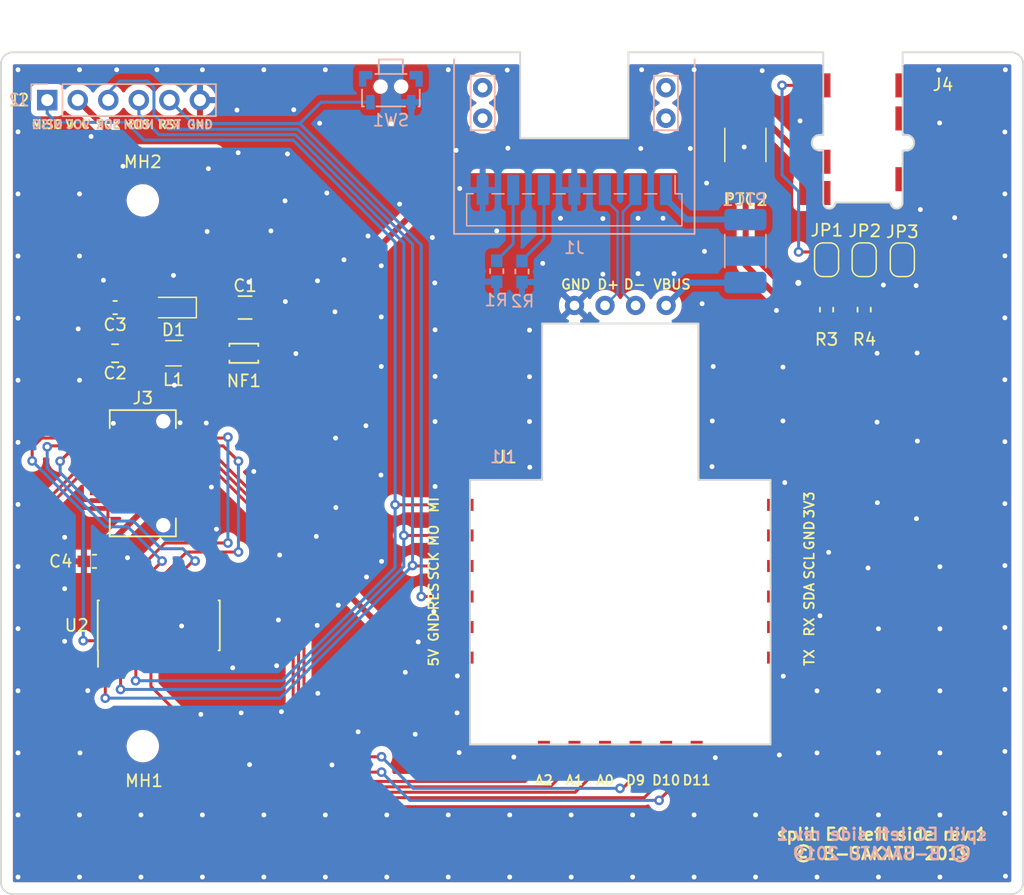
<source format=kicad_pcb>
(kicad_pcb (version 20221018) (generator pcbnew)
  (layers (0 "F.Cu" signal) (31 "B.Cu" signal) (34 "B.Paste" user) (35 "F.Paste" user) (36 "B.SilkS" user "B.Silkscreen") (37 "F.SilkS" user "F.Silkscreen") (38 "B.Mask" user) (39 "F.Mask" user) (44 "Edge.Cuts" user))
  (net 0 "")
  (net 1 "Net-(C1-Pad1)")
  (net 2 "GND")
  (net 3 "AVCC")
  (net 4 "KEY")
  (net 5 "ENABLE")
  (net 6 "PREV")
  (net 7 "ROW_A")
  (net 8 "ROW_B")
  (net 9 "ROW_C")
  (net 10 "COL_B")
  (net 11 "COL_C")
  (net 12 "COL_A")
  (net 13 "VCC")
  (net 14 "COL_0")
  (net 15 "COL_1")
  (net 16 "COL_2")
  (net 17 "COL_3")
  (net 18 "Net-(U2-Pad7)")
  (net 19 "Net-(U2-Pad9)")
  (net 20 "Net-(U2-Pad10)")
  (net 21 "/D+")
  (net 22 "/CC1")
  (net 23 "/D-")
  (net 24 "/CC2")
  (net 25 "~{RST}")
  (net 26 "LED")
  (net 27 "SCL")
  (net 28 "SDA")
  (net 29 "DATA")
  (net 30 "Net-(PTC1-Pad2)")
  (net 31 "Net-(U1-Pad2)")
  (net 32 "Net-(U1-Pad1)")
  (net 33 "Net-(U2-Pad11)")
  (net 34 "VBUS")
  (net 35 "Net-(J3-Pad9)")
  (net 36 "Net-(J4-PadR1N)")
  (net 37 "Net-(J4-PadR1)")
  (net 38 "Net-(J4-PadT1N)")
  (net 39 "Net-(J4-PadT)")
  (net 40 "Net-(J4-PadR2)")
  (footprint "bsakatu_parts:C_1206_3216Metric_Pad1.42x1.75mm_HandSolder" (layer "F.Cu") (at 91.55 61.225)
    (fp_text reference "C1")
    (fp_text value "10u")
  )
  (footprint "bsakatu_parts:C_0805_2012Metric_Pad1.15x1.40mm_HandSolder" (layer "F.Cu") (at 80.75 65.025 180)
    (fp_text reference "C2")
    (fp_text value "22u")
  )
  (footprint "bsakatu_parts:C_0603_1608Metric_Pad1.05x0.95mm_HandSolder" (layer "F.Cu") (at 80.75 61.225 180)
    (fp_text reference "C3")
    (fp_text value "0.1u")
  )
  (footprint "bsakatu_parts:C_0603_1608Metric_Pad1.05x0.95mm_HandSolder" (layer "F.Cu") (at 79.025 82.325 180)
    (fp_text reference "C4")
    (fp_text value "0.1u")
  )
  (footprint "bsakatu_parts:D_SOD-323_HandSoldering" (layer "F.Cu") (at 85.6 61.225 180)
    (fp_text reference "D1")
    (fp_text value "1SS352")
  )
  (footprint "bsakatu_parts:DF15(3.2)-20DP-0.65V(56)_BracketLess" (layer "F.Cu") (at 83.05 75)
    (fp_text reference "J3")
    (fp_text value "DF15(3.2)-20DP-0.65V(56)")
  )
  (footprint "Jumper:SolderJumper-2_P1.3mm_Open_RoundedPad1.0x1.5mm" (layer "F.Cu") (at 139.9 57.25 90)
    (fp_text reference "JP1")
    (fp_text value "SolderJumper_2_Open")
  )
  (footprint "Jumper:SolderJumper-2_P1.3mm_Open_RoundedPad1.0x1.5mm" (layer "F.Cu") (at 143.025 57.25 90)
    (fp_text reference "JP2")
    (fp_text value "SolderJumper_2_Open")
  )
  (footprint "Jumper:SolderJumper-2_P1.3mm_Bridged_RoundedPad1.0x1.5mm" (layer "F.Cu") (at 146.2 57.25 90)
    (fp_text reference "JP3")
    (fp_text value "SolderJumper_2_Open")
  )
  (footprint "bsakatu_parts:L_Yuden_LB-2518_HandSolder" (layer "F.Cu") (at 85.6 65.025 180)
    (fp_text reference "L1")
    (fp_text value "LBR2518T470K")
  )
  (footprint "MountingHole:MountingHole_2.2mm_M2" (layer "F.Cu") (at 83.05 97.69)
    (fp_text reference "MH1")
    (fp_text value "MountingHole")
  )
  (footprint "MountingHole:MountingHole_2.2mm_M2" (layer "F.Cu") (at 83.05 52.31)
    (fp_text reference "MH2")
    (fp_text value "MountingHole")
  )
  (footprint "bsakatu_parts:NF_YFF21_HandSoldering" (layer "F.Cu") (at 91.45 65.025 180)
    (fp_text reference "NF1")
    (fp_text value "YFF21PC1E104MT000N" hide)
  )
  (footprint "bsakatu_parts:PTC_0ZCG_1812_4532" (layer "F.Cu") (at 133.15 47.7 90)
    (fp_text reference "PTC2")
    (fp_text value "0ZCG0050AF2C" hide)
  )
  (footprint "bsakatu_parts:R_SMD_0603_1608_HandSolder" (layer "F.Cu") (at 139.9 61.4 90)
    (fp_text reference "R3")
    (fp_text value "4.7k")
  )
  (footprint "bsakatu_parts:R_SMD_0603_1608_HandSolder" (layer "F.Cu") (at 143.025 61.4 90)
    (fp_text reference "R4")
    (fp_text value "4.7k")
  )
  (footprint "Package_SO:SOIC-16_3.9x9.9mm_P1.27mm" (layer "F.Cu") (at 84.375 87.65 90)
    (fp_text reference "U2")
    (fp_text value "74LS138")
  )
  (footprint "bsakatu_parts:Jack_3.5mm_CUI_SJ-43504-SMT_Horizontal" (layer "F.Cu") (at 142.925 40)
    (fp_text reference "J4")
    (fp_text value "TRRS jack")
    (fp_line (start -3.6 6.87) (end -3.3 6.87) (stroke (width 0.15)) (layer "Edge.Cuts"))
    (fp_line (start -3.6 8.17) (end -3.3 8.17) (stroke (width 0.15)) (layer "Edge.Cuts"))
    (fp_line (start -3.3 0) (end -4.35 0) (stroke (width 0.15)) (layer "Edge.Cuts"))
    (fp_line (start -3.3 0) (end -3.3 6.87) (stroke (width 0.15)) (layer "Edge.Cuts"))
    (fp_line (start -3.3 8.17) (end -3.3 12.5) (stroke (width 0.15)) (layer "Edge.Cuts"))
    (fp_line (start -2.3 12.5) (end 2.3 12.5) (stroke (width 0.15)) (layer "Edge.Cuts"))
    (fp_line (start 3.3 0) (end 3.3 6.87) (stroke (width 0.15)) (layer "Edge.Cuts"))
    (fp_line (start 3.3 0) (end 4.35 0) (stroke (width 0.15)) (layer "Edge.Cuts"))
    (fp_line (start 3.3 6.87) (end 3.6 6.87) (stroke (width 0.15)) (layer "Edge.Cuts"))
    (fp_line (start 3.3 8.17) (end 3.3 12.5) (stroke (width 0.15)) (layer "Edge.Cuts"))
    (fp_line (start 3.3 8.17) (end 3.6 8.17) (stroke (width 0.15)) (layer "Edge.Cuts"))
    (fp_arc (start -3.6 8.17) (mid -4.25 7.52) (end -3.6 6.87) (stroke (width 0.15)) (layer "Edge.Cuts"))
    (fp_arc (start -2.3 12.5) (mid -2.8 13) (end -3.3 12.5) (stroke (width 0.15)) (layer "Edge.Cuts"))
    (fp_arc (start 3.3 12.5) (mid 2.8 13) (end 2.3 12.5) (stroke (width 0.15)) (layer "Edge.Cuts"))
    (fp_arc (start 3.6 6.87) (mid 4.25 7.52) (end 3.6 8.17) (stroke (width 0.15)) (layer "Edge.Cuts"))
  )
  (footprint "bsakatu_parts:Module_BeetleUSB_soldered_with_L-shape-PinHeader_Reverse" (layer "F.Cu") (at 122.75 85.25)
    (fp_text reference "U1")
    (fp_text value "BeetleUSB_with_USB")
    (fp_line (start -12.5 -9.7) (end -6.5 -9.7) (stroke (width 0.15)) (layer "Edge.Cuts"))
    (fp_line (start -12.5 12.3) (end -12.5 -9.7) (stroke (width 0.15)) (layer "Edge.Cuts"))
    (fp_line (start -6.5 -22.7) (end 6.5 -22.7) (stroke (width 0.15)) (layer "Edge.Cuts"))
    (fp_line (start -6.5 -9.7) (end -6.5 -22.7) (stroke (width 0.15)) (layer "Edge.Cuts"))
    (fp_line (start 6.5 -22.7) (end 6.5 -9.7) (stroke (width 0.15)) (layer "Edge.Cuts"))
    (fp_line (start 6.5 -9.7) (end 12.5 -9.7) (stroke (width 0.15)) (layer "Edge.Cuts"))
    (fp_line (start 12.5 12.3) (end -12.5 12.3) (stroke (width 0.15)) (layer "Edge.Cuts"))
    (fp_line (start 12.5 12.3) (end 12.5 -9.7) (stroke (width 0.15)) (layer "Edge.Cuts"))
  )
  (footprint "bsakatu_parts:PTC_0ZCG_1812_4532" (layer "B.Cu") (at 133.15 56.525 -90)
    (fp_text reference "PTC1")
    (fp_text value "0ZCG0050AF2C" hide)
  )
  (footprint "bsakatu_parts:R_SMD_0603_1608_HandSolder" (layer "B.Cu") (at 112.475 58.2 90)
    (fp_text reference "R1")
    (fp_text value "5.1k")
  )
  (footprint "bsakatu_parts:R_SMD_0603_1608_HandSolder" (layer "B.Cu") (at 114.575 58.225 90)
    (fp_text reference "R2")
    (fp_text value "5.1k")
  )
  (footprint "bsakatu_parts:SW_SPST_4.4x1.8x3.8mm_plastic-pin" (layer "B.Cu") (at 103.675 42.85)
    (fp_text reference "SW1")
    (fp_text value "SW_Push")
  )
  (footprint "bsakatu_parts:USB_C_AE-USB2.0-TYPE-C_soldered_with_L-shape-PinHeader" (layer "B.Cu") (at 118.925 53.1 180)
    (fp_text reference "J1")
    (fp_text value "AE-USB2.0-TYPE-C")
    (fp_line (start -4.5 5.95) (end -4.5 13.1) (stroke (width 0.15)) (layer "Edge.Cuts"))
    (fp_line (start -4.5 5.95) (end 4.5 5.95) (stroke (width 0.15)) (layer "Edge.Cuts"))
    (fp_line (start -4.5 13.1) (end -9.85 13.1) (stroke (width 0.15)) (layer "Edge.Cuts"))
    (fp_line (start 4.5 5.95) (end 4.5 13.1) (stroke (width 0.15)) (layer "Edge.Cuts"))
    (fp_line (start 4.5 13.1) (end 9.85 13.1) (stroke (width 0.15)) (layer "Edge.Cuts"))
  )
  (footprint "bsakatu_parts:Connector_AVR-ISP-6_6x1_Reversible" (layer "B.Cu") (at 75.1 43.975 -90)
    (fp_text reference "J2")
    (fp_text value "AVR-ISP-6")
  )
  (gr_line (start 155.25 110) (end 72.25 110) (stroke (width 0.15)) (layer "Edge.Cuts"))
  (gr_arc (start 72.25 110) (mid 71.542893 109.707107) (end 71.25 109) (stroke (width 0.15)) (layer "Edge.Cuts"))
  (gr_arc (start 156.25 109) (mid 155.957107 109.707107) (end 155.25 110) (stroke (width 0.15)) (layer "Edge.Cuts"))
  (gr_arc (start 155.25 40) (mid 155.957107 40.292893) (end 156.25 41) (stroke (width 0.15)) (layer "Edge.Cuts"))
  (gr_line (start 109.075 40) (end 72.25 40) (stroke (width 0.15)) (layer "Edge.Cuts"))
  (gr_line (start 156.25 41) (end 156.25 109) (stroke (width 0.15)) (layer "Edge.Cuts"))
  (gr_arc (start 71.25 41) (mid 71.542893 40.292893) (end 72.25 40) (stroke (width 0.15)) (layer "Edge.Cuts"))
  (gr_line (start 155.25 40) (end 147.275 40) (stroke (width 0.15)) (layer "Edge.Cuts"))
  (gr_line (start 71.25 41) (end 71.25 109) (stroke (width 0.15)) (layer "Edge.Cuts"))
  (gr_line (start 128.775 40) (end 138.575 40) (stroke (width 0.15)) (layer "Edge.Cuts"))
  (gr_text "split EC left side rev.1\n© B-SAKATU 2019" (at 144.5 105.825) (layer "B.SilkS") (effects (font (size 1 1) (thickness 0.2)) (justify mirror)))
  (gr_text "split EC left side rev.1\n© B-SAKATU 2019" (at 144.5 105.825) (layer "F.SilkS") (effects (font (size 1 1) (thickness 0.2))))
  (segment (start 90.25 65.025) (end 86.875 65.025) (width 0.5) (layer "F.Cu") (net 1))
  (segment (start 86.85 61.225) (end 90.05 61.225) (width 0.5) (layer "F.Cu") (net 1))
  (segment (start 86.85 61.225) (end 86.85 65.05) (width 0.5) (layer "F.Cu") (net 1))
  (segment (start 80.15 77.925) (end 78.4 77.925) (width 0.25) (layer "F.Cu") (net 2))
  (segment (start 80.15 77.925) (end 80.15 78.75) (width 0.25) (layer "F.Cu") (net 2))
  (segment (start 85.95 77.275) (end 88 77.275) (width 0.25) (layer "F.Cu") (net 2))
  (segment (start 78.4 77.925) (end 78.25 77.925) (width 0.25) (layer "F.Cu") (net 2))
  (segment (start 78.8 77.275) (end 78.25 77.275) (width 0.25) (layer "F.Cu") (net 2))
  (segment (start 85.95 76.625) (end 88 76.625) (width 0.25) (layer "F.Cu") (net 2))
  (segment (start 85.95 76.625) (end 85.95 78.75) (width 0.25) (layer "F.Cu") (net 2))
  (segment (start 80.15 77.275) (end 78.8 77.275) (width 0.25) (layer "F.Cu") (net 2))
  (segment (start 80.15 77.275) (end 80.15 77.925) (width 0.25) (layer "F.Cu") (net 2))
  (segment (start 85.95 77.925) (end 88 77.925) (width 0.25) (layer "F.Cu") (net 2))
  (via (at 72.675 46.613461) (size 0.8) (drill 0.4) (layers "F.Cu" "B.Cu") (net 2))
  (via (at 72.675 51.776922) (size 0.8) (drill 0.4) (layers "F.Cu" "B.Cu") (net 2))
  (via (at 72.675 56.940383) (size 0.8) (drill 0.4) (layers "F.Cu" "B.Cu") (net 2))
  (via (at 72.675 62.103844) (size 0.8) (drill 0.4) (layers "F.Cu" "B.Cu") (net 2))
  (via (at 72.675 67.267305) (size 0.8) (drill 0.4) (layers "F.Cu" "B.Cu") (net 2))
  (via (at 72.675 72.430766) (size 0.8) (drill 0.4) (layers "F.Cu" "B.Cu") (net 2))
  (via (at 72.675 77.594227) (size 0.8) (drill 0.4) (layers "F.Cu" "B.Cu") (net 2))
  (via (at 72.675 82.757688) (size 0.8) (drill 0.4) (layers "F.Cu" "B.Cu") (net 2))
  (via (at 72.675 87.921149) (size 0.8) (drill 0.4) (layers "F.Cu" "B.Cu") (net 2))
  (via (at 72.675 93.08461) (size 0.8) (drill 0.4) (layers "F.Cu" "B.Cu") (net 2))
  (via (at 72.675 98.248071) (size 0.8) (drill 0.4) (layers "F.Cu" "B.Cu") (net 2))
  (via (at 72.675 103.411532) (size 0.8) (drill 0.4) (layers "F.Cu" "B.Cu") (net 2))
  (via (at 72.675 108.575) (size 0.8) (drill 0.4) (layers "F.Cu" "B.Cu") (net 2))
  (via (at 154.725 46.625) (size 0.8) (drill 0.4) (layers "F.Cu" "B.Cu") (net 2))
  (via (at 154.725 51.775) (size 0.8) (drill 0.4) (layers "F.Cu" "B.Cu") (net 2))
  (via (at 154.725 56.925) (size 0.8) (drill 0.4) (layers "F.Cu" "B.Cu") (net 2))
  (via (at 154.725 62.075) (size 0.8) (drill 0.4) (layers "F.Cu" "B.Cu") (net 2))
  (via (at 154.725 67.225) (size 0.8) (drill 0.4) (layers "F.Cu" "B.Cu") (net 2))
  (via (at 154.725 72.375) (size 0.8) (drill 0.4) (layers "F.Cu" "B.Cu") (net 2))
  (via (at 154.725 77.525) (size 0.8) (drill 0.4) (layers "F.Cu" "B.Cu") (net 2))
  (via (at 154.725 82.675) (size 0.8) (drill 0.4) (layers "F.Cu" "B.Cu") (net 2))
  (via (at 154.725 87.825) (size 0.8) (drill 0.4) (layers "F.Cu" "B.Cu") (net 2))
  (via (at 154.725 92.975) (size 0.8) (drill 0.4) (layers "F.Cu" "B.Cu") (net 2))
  (via (at 154.725 98.125) (size 0.8) (drill 0.4) (layers "F.Cu" "B.Cu") (net 2))
  (via (at 154.725 103.275) (size 0.8) (drill 0.4) (layers "F.Cu" "B.Cu") (net 2))
  (via (at 77.785 108.575) (size 0.8) (drill 0.4) (layers "F.Cu" "B.Cu") (net 2))
  (via (at 82.895 108.575) (size 0.8) (drill 0.4) (layers "F.Cu" "B.Cu") (net 2))
  (via (at 88.005 108.575) (size 0.8) (drill 0.4) (layers "F.Cu" "B.Cu") (net 2))
  (via (at 93.115 108.575) (size 0.8) (drill 0.4) (layers "F.Cu" "B.Cu") (net 2))
  (via (at 98.225 108.575) (size 0.8) (drill 0.4) (layers "F.Cu" "B.Cu") (net 2))
  (via (at 103.335 108.575) (size 0.8) (drill 0.4) (layers "F.Cu" "B.Cu") (net 2))
  (via (at 108.445 108.575) (size 0.8) (drill 0.4) (layers "F.Cu" "B.Cu") (net 2))
  (via (at 113.555 108.575) (size 0.8) (drill 0.4) (layers "F.Cu" "B.Cu") (net 2))
  (via (at 118.665 108.575) (size 0.8) (drill 0.4) (layers "F.Cu" "B.Cu") (net 2))
  (via (at 123.775 108.575) (size 0.8) (drill 0.4) (layers "F.Cu" "B.Cu") (net 2))
  (via (at 128.885 108.575) (size 0.8) (drill 0.4) (layers "F.Cu" "B.Cu") (net 2))
  (via (at 133.995 108.575) (size 0.8) (drill 0.4) (layers "F.Cu" "B.Cu") (net 2))
  (via (at 139.105 108.575) (size 0.8) (drill 0.4) (layers "F.Cu" "B.Cu") (net 2))
  (via (at 144.215 108.575) (size 0.8) (drill 0.4) (layers "F.Cu" "B.Cu") (net 2))
  (via (at 149.325 108.575) (size 0.8) (drill 0.4) (layers "F.Cu" "B.Cu") (net 2))
  (via (at 154.775 108.5) (size 0.8) (drill 0.4) (layers "F.Cu" "B.Cu") (net 2))
  (via (at 77.785 41.45) (size 0.8) (drill 0.4) (layers "F.Cu" "B.Cu") (net 2))
  (via (at 84.225 41.45) (size 0.8) (drill 0.4) (layers "F.Cu" "B.Cu") (net 2))
  (via (at 88.005 41.45) (size 0.8) (drill 0.4) (layers "F.Cu" "B.Cu") (net 2))
  (via (at 93.115 41.45) (size 0.8) (drill 0.4) (layers "F.Cu" "B.Cu") (net 2))
  (via (at 98.225 41.45) (size 0.8) (drill 0.4) (layers "F.Cu" "B.Cu") (net 2))
  (via (at 108.445 41.45) (size 0.8) (drill 0.4) (layers "F.Cu" "B.Cu") (net 2))
  (via (at 154.765 41.45) (size 0.8) (drill 0.4) (layers "F.Cu" "B.Cu") (net 2))
  (via (at 77.785 51.776922) (size 0.8) (drill 0.4) (layers "F.Cu" "B.Cu") (net 2))
  (via (at 77.785 56.940383) (size 0.8) (drill 0.4) (layers "F.Cu" "B.Cu") (net 2))
  (via (at 77.675 63) (size 0.8) (drill 0.4) (layers "F.Cu" "B.Cu") (net 2))
  (via (at 77.785 67.267305) (size 0.8) (drill 0.4) (layers "F.Cu" "B.Cu") (net 2))
  (via (at 77.785 103.411532) (size 0.8) (drill 0.4) (layers "F.Cu" "B.Cu") (net 2))
  (via (at 82.895 103.411532) (size 0.8) (drill 0.4) (layers "F.Cu" "B.Cu") (net 2))
  (via (at 88.005 103.411532) (size 0.8) (drill 0.4) (layers "F.Cu" "B.Cu") (net 2))
  (via (at 93.115 103.411532) (size 0.8) (drill 0.4) (layers "F.Cu" "B.Cu") (net 2))
  (via (at 98.225 103.411532) (size 0.8) (drill 0.4) (layers "F.Cu" "B.Cu") (net 2))
  (via (at 103.335 103.411532) (size 0.8) (drill 0.4) (layers "F.Cu" "B.Cu") (net 2))
  (via (at 108.445 103.411532) (size 0.8) (drill 0.4) (layers "F.Cu" "B.Cu") (net 2))
  (via (at 113.555 103.411532) (size 0.8) (drill 0.4) (layers "F.Cu" "B.Cu") (net 2))
  (via (at 118.665 103.411532) (size 0.8) (drill 0.4) (layers "F.Cu" "B.Cu") (net 2))
  (via (at 123.775 103.411532) (size 0.8) (drill 0.4) (layers "F.Cu" "B.Cu") (net 2))
  (via (at 128.885 103.411532) (size 0.8) (drill 0.4) (layers "F.Cu" "B.Cu") (net 2))
  (via (at 133.995 103.411532) (size 0.8) (drill 0.4) (layers "F.Cu" "B.Cu") (net 2))
  (via (at 139.105 103.411532) (size 0.8) (drill 0.4) (layers "F.Cu" "B.Cu") (net 2))
  (via (at 144.215 103.411532) (size 0.8) (drill 0.4) (layers "F.Cu" "B.Cu") (net 2))
  (via (at 149.325 103.411532) (size 0.8) (drill 0.4) (layers "F.Cu" "B.Cu") (net 2))
  (via (at 149.325 98.251532) (size 0.8) (drill 0.4) (layers "F.Cu" "B.Cu") (net 2))
  (via (at 149.325 93.091532) (size 0.8) (drill 0.4) (layers "F.Cu" "B.Cu") (net 2))
  (via (at 149.325 87.931532) (size 0.8) (drill 0.4) (layers "F.Cu" "B.Cu") (net 2))
  (via (at 149.325 82.771532) (size 0.8) (drill 0.4) (layers "F.Cu" "B.Cu") (net 2))
  (via (at 144.215 98.251532) (size 0.8) (drill 0.4) (layers "F.Cu" "B.Cu") (net 2))
  (via (at 144.215 93.091532) (size 0.8) (drill 0.4) (layers "F.Cu" "B.Cu") (net 2))
  (via (at 144.215 87.931532) (size 0.8) (drill 0.4) (layers "F.Cu" "B.Cu") (net 2))
  (via (at 139.105 98.251532) (size 0.8) (drill 0.4) (layers "F.Cu" "B.Cu") (net 2))
  (via (at 139.105 93.091532) (size 0.8) (drill 0.4) (layers "F.Cu" "B.Cu") (net 2))
  (via (at 113.35 41.475) (size 0.8) (drill 0.4) (layers "F.Cu" "B.Cu") (net 2))
  (via (at 124.525 41.45) (size 0.8) (drill 0.4) (layers "F.Cu" "B.Cu") (net 2))
  (via (at 128.885 41.45) (size 0.8) (drill 0.4) (layers "F.Cu" "B.Cu") (net 2))
  (via (at 109.1 48.15) (size 0.8) (drill 0.4) (layers "F.Cu" "B.Cu") (net 2))
  (via (at 113.4 47.975) (size 0.8) (drill 0.4) (layers "F.Cu" "B.Cu") (net 2))
  (via (at 124.45 48) (size 0.8) (drill 0.4) (layers "F.Cu" "B.Cu") (net 2))
  (via (at 101.775 55.275) (size 0.8) (drill 0.4) (layers "F.Cu" "B.Cu") (net 2))
  (via (at 107.25 86.5) (size 0.8) (drill 0.4) (layers "F.Cu" "B.Cu") (net 2))
  (via (at 89.175 79.65) (size 0.8) (drill 0.4) (layers "F.Cu" "B.Cu") (net 2))
  (via (at 99.3 85.975) (size 0.8) (drill 0.4) (layers "F.Cu" "B.Cu") (net 2))
  (via (at 130.475 66.125) (size 0.8) (drill 0.4) (layers "F.Cu" "B.Cu") (net 2))
  (via (at 115.225 74.5) (size 0.8) (drill 0.4) (layers "F.Cu" "B.Cu") (net 2))
  (via (at 99.775 57.25) (size 0.8) (drill 0.4) (layers "F.Cu" "B.Cu") (net 2))
  (via (at 136.425 75.775) (size 0.8) (drill 0.4) (layers "F.Cu" "B.Cu") (net 2))
  (via (at 129.75 56.55) (size 0.8) (drill 0.4) (layers "F.Cu" "B.Cu") (net 2))
  (via (at 117.775 53.8) (size 0.8) (drill 0.4) (layers "F.Cu" "B.Cu") (net 2))
  (via (at 98.35 51.7) (size 0.8) (drill 0.4) (layers "F.Cu" "B.Cu") (net 2))
  (via (at 103.7 45.95) (size 0.8) (drill 0.4) (layers "F.Cu" "B.Cu") (net 2))
  (via (at 80.6 70.85) (size 0.8) (drill 0.4) (layers "F.Cu" "B.Cu") (net 2))
  (via (at 105.7 96.7) (size 0.8) (drill 0.4) (layers "F.Cu" "B.Cu") (net 2))
  (via (at 150.55 53.75) (size 0.8) (drill 0.4) (layers "F.Cu" "B.Cu") (net 2))
  (via (at 76.55 88.975) (size 0.8) (drill 0.4) (layers "F.Cu" "B.Cu") (net 2))
  (via (at 90.975 48.35) (size 0.8) (drill 0.4) (layers "F.Cu" "B.Cu") (net 2))
  (via (at 107.35 66.95) (size 0.8) (drill 0.4) (layers "F.Cu" "B.Cu") (net 2))
  (via (at 140.075 81.575) (size 0.8) (drill 0.4) (layers "F.Cu" "B.Cu") (net 2))
  (via (at 116.3 57.55) (size 0.8) (drill 0.4) (layers "F.Cu" "B.Cu") (net 2))
  (via (at 99.1 77.85) (size 0.8) (drill 0.4) (layers "F.Cu" "B.Cu") (net 2))
  (via (at 94.9 60.725) (size 0.8) (drill 0.4) (layers "F.Cu" "B.Cu") (net 2))
  (via (at 147.35001 59.4) (size 0.8) (drill 0.4) (layers "F.Cu" "B.Cu") (net 2))
  (via (at 102.875 57.75) (size 0.8) (drill 0.4) (layers "F.Cu" "B.Cu") (net 2))
  (via (at 102.875 66.125) (size 0.8) (drill 0.4) (layers "F.Cu" "B.Cu") (net 2))
  (via (at 121.3 53.825) (size 0.8) (drill 0.4) (layers "F.Cu" "B.Cu") (net 2))
  (via (at 147.375 78.775) (size 0.8) (drill 0.4) (layers "F.Cu" "B.Cu") (net 2))
  (via (at 136.275 66.175) (size 0.8) (drill 0.4) (layers "F.Cu" "B.Cu") (net 2))
  (via (at 147.7 53.075) (size 0.8) (drill 0.4) (layers "F.Cu" "B.Cu") (net 2))
  (via (at 97.6 93.3) (size 0.8) (drill 0.4) (layers "F.Cu" "B.Cu") (net 2))
  (via (at 78.475 93.075) (size 0.8) (drill 0.4) (layers "F.Cu" "B.Cu") (net 2))
  (via (at 91.925 99.225) (size 0.8) (drill 0.4) (layers "F.Cu" "B.Cu") (net 2))
  (via (at 94.175 91) (size 0.8) (drill 0.4) (layers "F.Cu" "B.Cu") (net 2))
  (via (at 102.875 62) (size 0.8) (drill 0.4) (layers "F.Cu" "B.Cu") (net 2))
  (via (at 101.6 71.05) (size 0.8) (drill 0.4) (layers "F.Cu" "B.Cu") (net 2))
  (via (at 93.7 54.85) (size 0.8) (drill 0.4) (layers "F.Cu" "B.Cu") (net 2))
  (via (at 135.975 98.425) (size 0.8) (drill 0.4) (layers "F.Cu" "B.Cu") (net 2))
  (via (at 85.675 67.675) (size 0.8) (drill 0.4) (layers "F.Cu" "B.Cu") (net 2))
  (via (at 136.275 70.65) (size 0.8) (drill 0.4) (layers "F.Cu" "B.Cu") (net 2))
  (via (at 94.875 52.35) (size 0.8) (drill 0.4) (layers "F.Cu" "B.Cu") (net 2))
  (via (at 107.35 76.1) (size 0.8) (drill 0.4) (layers "F.Cu" "B.Cu") (net 2))
  (via (at 97.75 45.9) (size 0.8) (drill 0.4) (layers "F.Cu" "B.Cu") (net 2))
  (via (at 144.125 77.45) (size 0.8) (drill 0.4) (layers "F.Cu" "B.Cu") (net 2))
  (via (at 107.325 59.175) (size 0.8) (drill 0.4) (layers "F.Cu" "B.Cu") (net 2))
  (via (at 97.55 87.65) (size 0.8) (drill 0.4) (layers "F.Cu" "B.Cu") (net 2))
  (via (at 99.025 61.575) (size 0.8) (drill 0.4) (layers "F.Cu" "B.Cu") (net 2))
  (via (at 137.55 59.175) (size 1) (drill 0.5) (layers "F.Cu" "B.Cu") (net 2))
  (via (at 94.325 87.2) (size 0.8) (drill 0.4) (layers "F.Cu" "B.Cu") (net 2))
  (via (at 105.95 89.025) (size 0.8) (drill 0.4) (layers "F.Cu" "B.Cu") (net 2))
  (via (at 72.675 41.45) (size 0.8) (drill 0.4) (layers "F.Cu" "B.Cu") (net 2))
  (via (at 144.625 59.35) (size 0.8) (drill 0.4) (layers "F.Cu" "B.Cu") (net 2))
  (via (at 124.225 58.4) (size 0.8) (drill 0.4) (layers "F.Cu" "B.Cu") (net 2))
  (via (at 115.2 70.7) (size 0.8) (drill 0.4) (layers "F.Cu" "B.Cu") (net 2))
  (via (at 109.2 91.85) (size 0.8) (drill 0.4) (layers "F.Cu" "B.Cu") (net 2))
  (via (at 112.475 54.85) (size 0.8) (drill 0.4) (layers "F.Cu" "B.Cu") (net 2))
  (via (at 128.575 48) (size 0.8) (drill 0.4) (layers "F.Cu" "B.Cu") (net 2))
  (via (at 107.35 70.7) (size 0.8) (drill 0.4) (layers "F.Cu" "B.Cu") (net 2))
  (via (at 104.4 52.625) (size 0.8) (drill 0.4) (layers "F.Cu" "B.Cu") (net 2))
  (via (at 97.575 59) (size 0.8) (drill 0.4) (layers "F.Cu" "B.Cu") (net 2))
  (via (at 144.1 70.75) (size 0.8) (drill 0.4) (layers "F.Cu" "B.Cu") (net 2))
  (via (at 88.5 49.675) (size 0.8) (drill 0.4) (layers "F.Cu" "B.Cu") (net 2))
  (via (at 143.35 82.875) (size 0.8) (drill 0.4) (layers "F.Cu" "B.Cu") (net 2))
  (via (at 121.3 58.45) (size 0.8) (drill 0.4) (layers "F.Cu" "B.Cu") (net 2))
  (via (at 107.125 55.4) (size 0.8) (drill 0.4) (layers "F.Cu" "B.Cu") (net 2))
  (via (at 80.875 41.45) (size 0.8) (drill 0.4) (layers "F.Cu" "B.Cu") (net 2))
  (via (at 149.3 45.875) (size 0.8) (drill 0.4) (layers "F.Cu" "B.Cu") (net 2))
  (via (at 129.55 60.9) (size 0.8) (drill 0.4) (layers "F.Cu" "B.Cu") (net 2))
  (via (at 139.35 86.85) (size 0.8) (drill 0.4) (layers "F.Cu" "B.Cu") (net 2))
  (via (at 130.375 74.45) (size 0.8) (drill 0.4) (layers "F.Cu" "B.Cu") (net 2))
  (via (at 88.325 70.825) (size 0.8) (drill 0.4) (layers "F.Cu" "B.Cu") (net 2))
  (via (at 97.475 80.25) (size 0.8) (drill 0.4) (layers "F.Cu" "B.Cu") (net 2))
  (via (at 130.65 98.65) (size 0.8) (drill 0.4) (layers "F.Cu" "B.Cu") (net 2))
  (via (at 127.225 58.4) (size 0.8) (drill 0.4) (layers "F.Cu" "B.Cu") (net 2))
  (via (at 95.075 48.45) (size 0.8) (drill 0.4) (layers "F.Cu" "B.Cu") (net 2))
  (via (at 99.075 72.075) (size 0.8) (drill 0.4) (layers "F.Cu" "B.Cu") (net 2))
  (via (at 144.1 65.025) (size 0.8) (drill 0.4) (layers "F.Cu" "B.Cu") (net 2))
  (via (at 98.775 99.25) (size 0.8) (drill 0.4) (layers "F.Cu" "B.Cu") (net 2))
  (via (at 133.05 47.875) (size 0.8) (drill 0.4) (layers "F.Cu" "B.Cu") (net 2))
  (via (at 124.225 53.8) (size 0.8) (drill 0.4) (layers "F.Cu" "B.Cu") (net 2))
  (via (at 109.4 51.325) (size 0.8) (drill 0.4) (layers "F.Cu" "B.Cu") (net 2))
  (via (at 78.75 47) (size 0.8) (drill 0.4) (layers "F.Cu" "B.Cu") (net 2))
  (via (at 86.275 87.7) (size 0.8) (drill 0.4) (layers "F.Cu" "B.Cu") (net 2))
  (via (at 88.4 54.9) (size 0.8) (drill 0.4) (layers "F.Cu" "B.Cu") (net 2))
  (via (at 107.35 63.075) (size 0.8) (drill 0.4) (layers "F.Cu" "B.Cu") (net 2))
  (via (at 77.825 98.25) (size 0.8) (drill 0.4) (layers "F.Cu" "B.Cu") (net 2))
  (via (at 104.875 91.55) (size 0.8) (drill 0.4) (layers "F.Cu" "B.Cu") (net 2))
  (via (at 147.45 72.325) (size 0.8) (drill 0.4) (layers "F.Cu" "B.Cu") (net 2))
  (via (at 130.4 70.65) (size 0.8) (drill 0.4) (layers "F.Cu" "B.Cu") (net 2))
  (via (at 126.3 53.8) (size 0.8) (drill 0.4) (layers "F.Cu" "B.Cu") (net 2))
  (via (at 134.55 41.525) (size 0.8) (drill 0.4) (layers "F.Cu" "B.Cu") (net 2))
  (via (at 115.2 63.1) (size 0.8) (drill 0.4) (layers "F.Cu" "B.Cu") (net 2))
  (via (at 100.95 96.5) (size 0.8) (drill 0.4) (layers "F.Cu" "B.Cu") (net 2))
  (via (at 79.775 58.95) (size 0.8) (drill 0.4) (layers "F.Cu" "B.Cu") (net 2))
  (via (at 87.875 95.05) (size 0.8) (drill 0.4) (layers "F.Cu" "B.Cu") (net 2))
  (via (at 149.225 41.475) (size 0.8) (drill 0.4) (layers "F.Cu" "B.Cu") (net 2))
  (via (at 115.2 66.975) (size 0.8) (drill 0.4) (layers "F.Cu" "B.Cu") (net 2))
  (via (at 137.7 45.7) (size 0.8) (drill 0.4) (layers "F.Cu" "B.Cu") (net 2))
  (via (at 95.775 65.05) (size 0.8) (drill 0.4) (layers "F.Cu" "B.Cu") (net 2))
  (via (at 92.275 74.85) (size 0.8) (drill 0.4) (layers "F.Cu" "B.Cu") (net 2))
  (via (at 88.75 76.15) (size 0.8) (drill 0.4) (layers "F.Cu" "B.Cu") (net 2))
  (via (at 94.575 94.825) (size 0.8) (drill 0.4) (layers "F.Cu" "B.Cu") (net 2))
  (via (at 135.736452 61.463548) (size 0.8) (drill 0.4) (layers "F.Cu" "B.Cu") (net 2))
  (via (at 76.55 80.325) (size 0.8) (drill 0.4) (layers "F.Cu" "B.Cu") (net 2))
  (via (at 109.35 98.225) (size 0.8) (drill 0.4) (layers "F.Cu" "B.Cu") (net 2))
  (via (at 76.55 84.6) (size 0.8) (drill 0.4) (layers "F.Cu" "B.Cu") (net 2))
  (via (at 86.15 70.8) (size 0.8) (drill 0.4) (layers "F.Cu" "B.Cu") (net 2))
  (via (at 129.925 50.875) (size 0.8) (drill 0.4) (layers "F.Cu" "B.Cu") (net 2))
  (via (at 102.85 75.15) (size 0.8) (drill 0.4) (layers "F.Cu" "B.Cu") (net 2))
  (via (at 81.775 82.025) (size 0.8) (drill 0.4) (layers "F.Cu" "B.Cu") (net 2))
  (via (at 94.425 81.8) (size 0.8) (drill 0.4) (layers "F.Cu" "B.Cu") (net 2))
  (via (at 85.6 58.55) (size 0.8) (drill 0.4) (layers "F.Cu" "B.Cu") (net 2))
  (via (at 91.875 59.1) (size 0.8) (drill 0.4) (layers "F.Cu" "B.Cu") (net 2))
  (via (at 81.4 49.475) (size 0.8) (drill 0.4) (layers "F.Cu" "B.Cu") (net 2))
  (via (at 147.425 65) (size 0.8) (drill 0.4) (layers "F.Cu" "B.Cu") (net 2))
  (via (at 102.9 82.325) (size 0.8) (drill 0.4) (layers "F.Cu" "B.Cu") (net 2))
  (via (at 101.65 83.625) (size 0.8) (drill 0.4) (layers "F.Cu" "B.Cu") (net 2))
  (via (at 95.6 44.775) (size 0.8) (drill 0.4) (layers "F.Cu" "B.Cu") (net 2))
  (via (at 90.525 91.175) (size 0.8) (drill 0.4) (layers "F.Cu" "B.Cu") (net 2))
  (via (at 109.175 94.925) (size 0.8) (drill 0.4) (layers "F.Cu" "B.Cu") (net 2))
  (via (at 91.225 94.925) (size 0.8) (drill 0.4) (layers "F.Cu" "B.Cu") (net 2))
  (via (at 136.3 91.875) (size 0.8) (drill 0.4) (layers "F.Cu" "B.Cu") (net 2))
  (via (at 90.875 44.8) (size 0.8) (drill 0.4) (layers "F.Cu" "B.Cu") (net 2))
  (via (at 113.9 98.6) (size 0.8) (drill 0.4) (layers "F.Cu" "B.Cu") (net 2))
  (segment (start 81.625 61.225) (end 81.625 64.875) (width 0.5) (layer "F.Cu") (net 3))
  (segment (start 80.15 76.625) (end 83 76.625) (width 0.4) (layer "F.Cu") (net 3))
  (segment (start 84.35 65.025) (end 81.775 65.025) (width 0.5) (layer "F.Cu") (net 3))
  (segment (start 84.35 65.575) (end 84.35 65.05) (width 0.5) (layer "F.Cu") (net 3))
  (segment (start 79.9 82.325) (end 79.9 84.925) (width 0.5) (layer "F.Cu") (net 3))
  (segment (start 81.625 64.875) (end 81.775 65.025) (width 0.5) (layer "F.Cu") (net 3))
  (segment (start 86.28 90.35) (end 86.28 89.9) (width 0.5) (layer "F.Cu") (net 3))
  (segment (start 86.275 89.7) (end 86.275 90.375) (width 0.5) (layer "F.Cu") (net 3))
  (segment (start 83 66.925) (end 84.35 65.575) (width 0.5) (layer "F.Cu") (net 3))
  (segment (start 79.9 81.225) (end 79.9 81.35) (width 0.5) (layer "F.Cu") (net 3))
  (segment (start 79.93 81.195) (end 79.9 81.225) (width 0.5) (layer "F.Cu") (net 3))
  (segment (start 79.93 86.93) (end 81.025 88.025) (width 0.5) (layer "F.Cu") (net 3))
  (segment (start 80.15 76.625) (end 80.15 75.975) (width 0.4) (layer "F.Cu") (net 3))
  (segment (start 85.95 75.325) (end 85.95 75.975) (width 0.4) (layer "F.Cu") (net 3))
  (segment (start 79.93 81.195) (end 83 78.125) (width 0.5) (layer "F.Cu") (net 3))
  (segment (start 83 75.775) (end 83 74.375) (width 0.5) (layer "F.Cu") (net 3))
  (segment (start 83 78.125) (end 83 75.775) (width 0.5) (layer "F.Cu") (net 3))
  (segment (start 79.9 81.35) (end 79.9 82.325) (width 0.5) (layer "F.Cu") (net 3))
  (segment (start 79.9 84.925) (end 79.925 84.95) (width 0.5) (layer "F.Cu") (net 3))
  (segment (start 83 74.375) (end 83 66.925) (width 0.5) (layer "F.Cu") (net 3))
  (segment (start 84.6 88.025) (end 86.275 89.7) (width 0.5) (layer "F.Cu") (net 3))
  (segment (start 79.93 84.95) (end 79.93 86.93) (width 0.5) (layer "F.Cu") (net 3))
  (segment (start 85.95 75.325) (end 83 75.325) (width 0.4) (layer "F.Cu") (net 3))
  (segment (start 85.95 75.975) (end 83.95 75.975) (width 0.4) (layer "F.Cu") (net 3))
  (segment (start 81.025 88.025) (end 84.6 88.025) (width 0.5) (layer "F.Cu") (net 3))
  (segment (start 84.35 61.225) (end 81.625 61.225) (width 0.5) (layer "F.Cu") (net 3))
  (segment (start 83.95 75.975) (end 80.15 75.975) (width 0.4) (layer "F.Cu") (net 3))
  (segment (start 114.825 100.625) (end 101.925 100.625) (width 0.25) (layer "F.Cu") (net 4))
  (segment (start 101.925 100.625) (end 95.549978 94.249978) (width 0.25) (layer "F.Cu") (net 4))
  (segment (start 87.7 74.675) (end 85.95 74.675) (width 0.25) (layer "F.Cu") (net 4))
  (segment (start 88.9 74.675) (end 87.7 74.675) (width 0.25) (layer "F.Cu") (net 4))
  (segment (start 95.549978 94.249978) (end 95.549978 81.324978) (width 0.25) (layer "F.Cu") (net 4))
  (segment (start 116.4 99.05) (end 114.825 100.625) (width 0.25) (layer "F.Cu") (net 4))
  (segment (start 95.549978 81.324978) (end 88.9 74.675) (width 0.25) (layer "F.Cu") (net 4))
  (segment (start 116.4 98.4) (end 116.4 99.05) (width 0.25) (layer "F.Cu") (net 4))
  (segment (start 116.915 101.075) (end 92.075 101.075) (width 0.25) (layer "F.Cu") (net 5))
  (segment (start 73.850082 73.409315) (end 73.850082 73.975) (width 0.25) (layer "F.Cu") (net 5))
  (segment (start 83.725 92.725) (end 83.725 90.35) (width 0.25) (layer "F.Cu") (net 5))
  (segment (start 74.65 72.075) (end 73.850082 72.874918) (width 0.25) (layer "F.Cu") (net 5))
  (segment (start 83.74 89.59) (end 83.075 88.925) (width 0.25) (layer "F.Cu") (net 5))
  (segment (start 92.075 101.075) (end 83.725 92.725) (width 0.25) (layer "F.Cu") (net 5))
  (segment (start 118.94 99.05) (end 116.915 101.075) (width 0.25) (layer "F.Cu") (net 5))
  (segment (start 78.656366 88.925) (end 78.090681 88.925) (width 0.25) (layer "F.Cu") (net 5))
  (segment (start 118.94 98.4) (end 118.94 99.05) (width 0.25) (layer "F.Cu") (net 5))
  (segment (start 83.075 88.925) (end 78.656366 88.925) (width 0.25) (layer "F.Cu") (net 5))
  (segment (start 73.850082 72.874918) (end 73.850082 73.409315) (width 0.25) (layer "F.Cu") (net 5))
  (segment (start 80.15 72.075) (end 74.65 72.075) (width 0.25) (layer "F.Cu") (net 5))
  (segment (start 83.74 90.35) (end 83.74 89.59) (width 0.25) (layer "F.Cu") (net 5))
  (via (at 73.850082 73.975) (size 0.8) (drill 0.4) (layers "F.Cu" "B.Cu") (net 5))
  (via (at 78.090681 88.925) (size 0.8) (drill 0.4) (layers "F.Cu" "B.Cu") (net 5))
  (segment (start 78.1 78.224918) (end 78.1 88.915681) (width 0.25) (layer "B.Cu") (net 5))
  (segment (start 73.850082 73.975) (end 78.1 78.224918) (width 0.25) (layer "B.Cu") (net 5))
  (segment (start 78.1 88.915681) (end 78.090681 88.925) (width 0.25) (layer "B.Cu") (net 5))
  (segment (start 74.675011 78.299989) (end 74.675011 91.025011) (width 0.25) (layer "F.Cu") (net 6))
  (segment (start 91.888591 101.525) (end 119.005 101.525) (width 0.25) (layer "F.Cu") (net 6))
  (segment (start 77.65 75.325) (end 74.675011 78.299989) (width 0.25) (layer "F.Cu") (net 6))
  (segment (start 80.15 75.325) (end 77.65 75.325) (width 0.25) (layer "F.Cu") (net 6))
  (segment (start 78.375 94.725) (end 85.088591 94.725) (width 0.25) (layer "F.Cu") (net 6))
  (segment (start 121.48 99.05) (end 121.48 98.4) (width 0.25) (layer "F.Cu") (net 6))
  (segment (start 74.675011 91.025011) (end 78.375 94.725) (width 0.25) (layer "F.Cu") (net 6))
  (segment (start 85.088591 94.725) (end 91.888591 101.525) (width 0.25) (layer "F.Cu") (net 6))
  (segment (start 119.005 101.525) (end 121.48 99.05) (width 0.25) (layer "F.Cu") (net 6))
  (segment (start 85.95 73.375) (end 88.911812 73.375) (width 0.25) (layer "F.Cu") (net 7))
  (segment (start 102.334315 98.575) (end 102.9 98.575) (width 0.25) (layer "F.Cu") (net 7))
  (segment (start 96.45 93.875) (end 101.15 98.575) (width 0.25) (layer "F.Cu") (net 7))
  (segment (start 96.45 80.913188) (end 96.45 93.875) (width 0.25) (layer "F.Cu") (net 7))
  (segment (start 124.05 98.3) (end 124.05 100.1) (width 0.25) (layer "F.Cu") (net 7))
  (segment (start 124.05 100.1) (end 122.95 101.2) (width 0.25) (layer "F.Cu") (net 7))
  (segment (start 101.15 98.575) (end 102.334315 98.575) (width 0.25) (layer "F.Cu") (net 7))
  (segment (start 122.95 101.2) (end 122.725 101.2) (width 0.25) (layer "F.Cu") (net 7))
  (segment (start 88.911812 73.375) (end 96.45 80.913188) (width 0.25) (layer "F.Cu") (net 7))
  (via (at 122.725 101.2) (size 0.8) (drill 0.4) (layers "F.Cu" "B.Cu") (net 7))
  (via (at 102.9 98.575) (size 0.8) (drill 0.4) (layers "F.Cu" "B.Cu") (net 7))
  (segment (start 105.525 101.2) (end 103.299999 98.974999) (width 0.25) (layer "B.Cu") (net 7))
  (segment (start 122.725 101.2) (end 105.525 101.2) (width 0.25) (layer "B.Cu") (net 7))
  (segment (start 103.299999 98.974999) (end 102.9 98.575) (width 0.25) (layer "B.Cu") (net 7))
  (segment (start 74.225 78.1) (end 78.3 74.025) (width 0.25) (layer "F.Cu") (net 8))
  (segment (start 78.1886 95.175011) (end 74.225 91.211411) (width 0.25) (layer "F.Cu") (net 8))
  (segment (start 124.740622 101.975) (end 91.70218 101.975) (width 0.25) (layer "F.Cu") (net 8))
  (segment (start 126.56 100.155622) (end 124.740622 101.975) (width 0.25) (layer "F.Cu") (net 8))
  (segment (start 78.3 74.025) (end 80.15 74.025) (width 0.25) (layer "F.Cu") (net 8))
  (segment (start 74.225 91.211411) (end 74.225 78.1) (width 0.25) (layer "F.Cu") (net 8))
  (segment (start 91.70218 101.975) (end 84.902191 95.175011) (width 0.25) (layer "F.Cu") (net 8))
  (segment (start 126.56 98.4) (end 126.56 100.155622) (width 0.25) (layer "F.Cu") (net 8))
  (segment (start 84.902191 95.175011) (end 78.1886 95.175011) (width 0.25) (layer "F.Cu") (net 8))
  (segment (start 85.95 74.025) (end 88.925401 74.025) (width 0.25) (layer "F.Cu") (net 9))
  (segment (start 129.1 99.05) (end 125.975 102.175) (width 0.25) (layer "F.Cu") (net 9))
  (segment (start 95.999989 81.099588) (end 95.999989 94.0614) (width 0.25) (layer "F.Cu") (net 9))
  (segment (start 88.925401 74.025) (end 95.999989 81.099588) (width 0.25) (layer "F.Cu") (net 9))
  (segment (start 129.1 98.4) (end 129.1 98.5) (width 0.25) (layer "F.Cu") (net 9))
  (segment (start 129.1 98.4) (end 129.1 99.05) (width 0.25) (layer "F.Cu") (net 9))
  (segment (start 125.975 102.175) (end 125.975 102.2) (width 0.25) (layer "F.Cu") (net 9))
  (segment (start 101.788589 99.85) (end 102.334317 99.85) (width 0.25) (layer "F.Cu") (net 9))
  (segment (start 95.999989 94.0614) (end 101.788589 99.85) (width 0.25) (layer "F.Cu") (net 9))
  (segment (start 102.334317 99.85) (end 102.900002 99.85) (width 0.25) (layer "F.Cu") (net 9))
  (via (at 102.900002 99.85) (size 0.8) (drill 0.4) (layers "F.Cu" "B.Cu") (net 9))
  (via (at 125.975 102.2) (size 0.8) (drill 0.4) (layers "F.Cu" "B.Cu") (net 9))
  (segment (start 105.250002 102.2) (end 125.409315 102.2) (width 0.25) (layer "B.Cu") (net 9))
  (segment (start 102.900002 99.85) (end 105.250002 102.2) (width 0.25) (layer "B.Cu") (net 9))
  (segment (start 125.409315 102.2) (end 125.975 102.2) (width 0.25) (layer "B.Cu") (net 9))
  (segment (start 109.4 80.17) (end 104.755 80.17) (width 0.25) (layer "F.Cu") (net 10))
  (segment (start 104.755 80.17) (end 104.75 80.175) (width 0.25) (layer "F.Cu") (net 10))
  (segment (start 81.2 90.35) (end 81.2 92.975) (width 0.25) (layer "F.Cu") (net 10))
  (via (at 104.75 80.175) (size 0.8) (drill 0.4) (layers "F.Cu" "B.Cu") (net 10))
  (via (at 81.2 92.975) (size 0.8) (drill 0.4) (layers "F.Cu" "B.Cu") (net 10))
  (segment (start 95.738579 46.849989) (end 104.75 55.86141) (width 0.25) (layer "B.Cu") (net 10))
  (segment (start 82.72 43.975) (end 82.72 45.177081) (width 0.25) (layer "B.Cu") (net 10))
  (segment (start 104.75 82.76359) (end 104.75 80.175) (width 0.25) (layer "B.Cu") (net 10))
  (segment (start 94.53859 92.975) (end 104.75 82.76359) (width 0.25) (layer "B.Cu") (net 10))
  (segment (start 82.72 45.177081) (end 84.392908 46.849989) (width 0.25) (layer "B.Cu") (net 10))
  (segment (start 81.2 92.975) (end 94.53859 92.975) (width 0.25) (layer "B.Cu") (net 10))
  (segment (start 84.392908 46.849989) (end 95.738579 46.849989) (width 0.25) (layer "B.Cu") (net 10))
  (segment (start 104.75 55.86141) (end 104.75 80.175) (width 0.25) (layer "B.Cu") (net 10))
  (segment (start 104.025 77.625) (end 109.4 77.625) (width 0.25) (layer "F.Cu") (net 11))
  (segment (start 82.47 90.35) (end 82.47 92.23) (width 0.25) (layer "F.Cu") (net 11))
  (segment (start 82.47 92.23) (end 82.45 92.25) (width 0.25) (layer "F.Cu") (net 11))
  (segment (start 104.025 77.625) (end 104.025 77.625) (width 0.25) (layer "F.Cu") (net 11))
  (via (at 104.025 77.625) (size 0.8) (drill 0.4) (layers "F.Cu" "B.Cu") (net 11))
  (via (at 82.45 92.25) (size 0.8) (drill 0.4) (layers "F.Cu" "B.Cu") (net 11))
  (segment (start 95.55 47.3) (end 83.15 47.3) (width 0.25) (layer "B.Cu") (net 11))
  (segment (start 104.025 55.775) (end 95.55 47.3) (width 0.25) (layer "B.Cu") (net 11))
  (segment (start 75.85 45.825) (end 75.1 45.075) (width 0.25) (layer "B.Cu") (net 11))
  (segment (start 81.675 45.825) (end 75.85 45.825) (width 0.25) (layer "B.Cu") (net 11))
  (segment (start 94.62718 92.25) (end 104.025 82.85218) (width 0.25) (layer "B.Cu") (net 11))
  (segment (start 82.45 92.25) (end 94.62718 92.25) (width 0.25) (layer "B.Cu") (net 11))
  (segment (start 104.025 82.85218) (end 104.025 55.775) (width 0.25) (layer "B.Cu") (net 11))
  (segment (start 75.1 45.075) (end 75.1 43.975) (width 0.25) (layer "B.Cu") (net 11))
  (segment (start 83.15 47.3) (end 81.675 45.825) (width 0.25) (layer "B.Cu") (net 11))
  (segment (start 109.4 82.71) (end 105.513846 82.71) (width 0.25) (layer "F.Cu") (net 12))
  (segment (start 105.513846 82.71) (end 105.475 82.671154) (width 0.25) (layer "F.Cu") (net 12))
  (segment (start 79.93 90.35) (end 79.93 93.695) (width 0.25) (layer "F.Cu") (net 12))
  (segment (start 79.93 93.695) (end 79.925 93.7) (width 0.25) (layer "F.Cu") (net 12))
  (via (at 105.475 82.671154) (size 0.8) (drill 0.4) (layers "F.Cu" "B.Cu") (net 12))
  (via (at 79.925 93.7) (size 0.8) (drill 0.4) (layers "F.Cu" "B.Cu") (net 12))
  (segment (start 105.475 82.601988) (end 105.475 82.671154) (width 0.25) (layer "B.Cu") (net 12))
  (segment (start 85.174978 46.399978) (end 95.924978 46.399978) (width 0.25) (layer "B.Cu") (net 12))
  (segment (start 83.45 42.4) (end 83.975 42.925) (width 0.25) (layer "B.Cu") (net 12))
  (segment (start 83.975 42.925) (end 83.975 45.2) (width 0.25) (layer "B.Cu") (net 12))
  (segment (start 105.475 55.95) (end 105.475 82.601988) (width 0.25) (layer "B.Cu") (net 12))
  (segment (start 79.925 93.7) (end 94.45 93.7) (width 0.25) (layer "B.Cu") (net 12))
  (segment (start 83.975 45.2) (end 85.174978 46.399978) (width 0.25) (layer "B.Cu") (net 12))
  (segment (start 105.475 82.675) (end 105.475 82.671154) (width 0.25) (layer "B.Cu") (net 12))
  (segment (start 94.45 93.7) (end 105.475 82.675) (width 0.25) (layer "B.Cu") (net 12))
  (segment (start 80.18 43.975) (end 80.18 43.345) (width 0.25) (layer "B.Cu") (net 12))
  (segment (start 95.924978 46.399978) (end 105.475 55.95) (width 0.25) (layer "B.Cu") (net 12))
  (segment (start 81.125 42.4) (end 83.45 42.4) (width 0.25) (layer "B.Cu") (net 12))
  (segment (start 80.18 43.345) (end 81.125 42.4) (width 0.25) (layer "B.Cu") (net 12))
  (segment (start 137.775 62.3) (end 143.025 62.3) (width 0.5) (layer "F.Cu") (net 13))
  (segment (start 133.175 57.7) (end 137.775 62.3) (width 0.5) (layer "F.Cu") (net 13))
  (segment (start 92.65 65.025) (end 93.85 65.025) (width 0.5) (layer "F.Cu") (net 13))
  (segment (start 131.275 49.3) (end 132.3 50.325) (width 0.5) (layer "F.Cu") (net 13))
  (segment (start 93.875 65.025) (end 93.85 65.025) (width 0.5) (layer "F.Cu") (net 13))
  (segment (start 77.64 43.975) (end 82.065 48.4) (width 0.5) (layer "F.Cu") (net 13))
  (segment (start 109.575 49.3) (end 131.275 49.3) (width 0.5) (layer "F.Cu") (net 13))
  (segment (start 93.85 65.025) (end 109.575 49.3) (width 0.5) (layer "F.Cu") (net 13))
  (segment (start 99 58.325) (end 99 59.875) (width 0.5) (layer "F.Cu") (net 13))
  (segment (start 105.405 90.33) (end 100.35 85.275) (width 0.5) (layer "F.Cu") (net 13))
  (segment (start 89.075 48.4) (end 99 58.325) (width 0.5) (layer "F.Cu") (net 13))
  (segment (start 109.4 90.33) (end 105.405 90.33) (width 0.5) (layer "F.Cu") (net 13))
  (segment (start 133.175 50.325) (end 133.175 57.7) (width 0.5) (layer "F.Cu") (net 13))
  (segment (start 82.065 48.4) (end 89.075 48.4) (width 0.5) (layer "F.Cu") (net 13))
  (segment (start 132.3 50.325) (end 133.15 50.325) (width 0.5) (layer "F.Cu") (net 13))
  (segment (start 100.35 71.5) (end 93.875 65.025) (width 0.5) (layer "F.Cu") (net 13))
  (segment (start 100.35 85.275) (end 100.35 71.5) (width 0.5) (layer "F.Cu") (net 13))
  (segment (start 89.559317 80.8) (end 90.125002 80.8) (width 0.25) (layer "F.Cu") (net 14))
  (segment (start 81.2 84.5) (end 84.9 80.8) (width 0.25) (layer "F.Cu") (net 14))
  (segment (start 84.9 80.8) (end 89.559317 80.8) (width 0.25) (layer "F.Cu") (net 14))
  (segment (start 81.2 84.95) (end 81.2 84.5) (width 0.25) (layer "F.Cu") (net 14))
  (segment (start 85.95 72.075) (end 90.05 72.075) (width 0.25) (layer "F.Cu") (net 14))
  (segment (start 90.05 72.075) (end 90.125 72) (width 0.25) (layer "F.Cu") (net 14))
  (via (at 90.125 72) (size 0.8) (drill 0.4) (layers "F.Cu" "B.Cu") (net 14))
  (via (at 90.125002 80.8) (size 0.8) (drill 0.4) (layers "F.Cu" "B.Cu") (net 14))
  (segment (start 90.125 80.799998) (end 90.125002 80.8) (width 0.25) (layer "B.Cu") (net 14))
  (segment (start 90.125 72) (end 90.125 80.799998) (width 0.25) (layer "B.Cu") (net 14))
  (segment (start 82.47 84.5) (end 84.65 82.32) (width 0.25) (layer "F.Cu") (net 15))
  (segment (start 80.15 72.725) (end 75.175016 72.725) (width 0.25) (layer "F.Cu") (net 15))
  (segment (start 82.47 84.95) (end 82.47 84.5) (width 0.25) (layer "F.Cu") (net 15))
  (segment (start 84.65 82.32) (end 84.65 82.3) (width 0.25) (layer "F.Cu") (net 15))
  (segment (start 75.175016 72.725) (end 75.100006 72.80001) (width 0.25) (layer "F.Cu") (net 15))
  (via (at 84.65 82.3) (size 0.8) (drill 0.4) (layers "F.Cu" "B.Cu") (net 15))
  (via (at 75.100006 72.80001) (size 0.8) (drill 0.4) (layers "F.Cu" "B.Cu") (net 15))
  (segment (start 81.8 79.45) (end 79.975 79.45) (width 0.25) (layer "B.Cu") (net 15))
  (segment (start 79.975 79.45) (end 75.100006 74.575006) (width 0.25) (layer "B.Cu") (net 15))
  (segment (start 75.100006 73.365695) (end 75.100006 72.80001) (width 0.25) (layer "B.Cu") (net 15))
  (segment (start 84.65 82.3) (end 81.8 79.45) (width 0.25) (layer "B.Cu") (net 15))
  (segment (start 75.100006 74.575006) (end 75.100006 73.365695) (width 0.25) (layer "B.Cu") (net 15))
  (segment (start 85.95 72.725) (end 89.725002 72.725) (width 0.25) (layer "F.Cu") (net 16))
  (segment (start 83.74 84.95) (end 83.74 84.5) (width 0.25) (layer "F.Cu") (net 16))
  (segment (start 90.600001 73.599999) (end 91 73.999998) (width 0.25) (layer "F.Cu") (net 16))
  (segment (start 89.725002 72.725) (end 90.600001 73.599999) (width 0.25) (layer "F.Cu") (net 16))
  (segment (start 83.74 84.5) (end 86.690004 81.549996) (width 0.25) (layer "F.Cu") (net 16))
  (segment (start 83.74 84.95) (end 83.74 84.99) (width 0.25) (layer "F.Cu") (net 16))
  (segment (start 90.434315 81.549996) (end 91 81.549996) (width 0.25) (layer "F.Cu") (net 16))
  (segment (start 86.690004 81.549996) (end 90.434315 81.549996) (width 0.25) (layer "F.Cu") (net 16))
  (via (at 91 81.549996) (size 0.8) (drill 0.4) (layers "F.Cu" "B.Cu") (net 16))
  (via (at 91 73.999998) (size 0.8) (drill 0.4) (layers "F.Cu" "B.Cu") (net 16))
  (segment (start 91 73.999998) (end 91 74.565683) (width 0.25) (layer "B.Cu") (net 16))
  (segment (start 91 74.565683) (end 91 81.549996) (width 0.25) (layer "B.Cu") (net 16))
  (segment (start 76.8 73.375) (end 77.45 73.375) (width 0.25) (layer "F.Cu") (net 17))
  (segment (start 87.21 82.3) (end 87.4 82.3) (width 0.25) (layer "F.Cu") (net 17))
  (segment (start 85.01 84.95) (end 85.01 84.5) (width 0.25) (layer "F.Cu") (net 17))
  (segment (start 77.45 73.375) (end 80.15 73.375) (width 0.25) (layer "F.Cu") (net 17))
  (segment (start 76.175 74) (end 76.8 73.375) (width 0.25) (layer "F.Cu") (net 17))
  (segment (start 85.01 84.5) (end 87.21 82.3) (width 0.25) (layer "F.Cu") (net 17))
  (via (at 87.4 82.3) (size 0.8) (drill 0.4) (layers "F.Cu" "B.Cu") (net 17))
  (via (at 76.175 74) (size 0.8) (drill 0.4) (layers "F.Cu" "B.Cu") (net 17))
  (segment (start 76.175 74) (end 76.175 74.025) (width 0.25) (layer "B.Cu") (net 17))
  (segment (start 80.2 78.975) (end 76.175 74.95) (width 0.25) (layer "B.Cu") (net 17))
  (segment (start 76.175 74.95) (end 76.175 74) (width 0.25) (layer "B.Cu") (net 17))
  (segment (start 86.375 81.275) (end 84.575 81.275) (width 0.25) (layer "B.Cu") (net 17))
  (segment (start 82.275 78.975) (end 80.2 78.975) (width 0.25) (layer "B.Cu") (net 17))
  (segment (start 87.4 82.3) (end 86.375 81.275) (width 0.25) (layer "B.Cu") (net 17))
  (segment (start 84.575 81.275) (end 82.275 78.975) (width 0.25) (layer "B.Cu") (net 17))
  (segment (start 121.465 52.19) (end 122.525 53.25) (width 0.2) (layer "B.Cu") (net 21))
  (segment (start 122.525 60.005) (end 122.525 53.25) (width 0.2) (layer "B.Cu") (net 21))
  (segment (start 121.465 51.445) (end 121.465 52.19) (width 0.2) (layer "B.Cu") (net 21))
  (segment (start 121.48 61.05) (end 122.525 60.005) (width 0.2) (layer "B.Cu") (net 21))
  (segment (start 116.4 55.475) (end 116.4 51.45) (width 0.25) (layer "B.Cu") (net 22))
  (segment (start 114.575 57.3) (end 116.4 55.475) (width 0.25) (layer "B.Cu") (net 22))
  (segment (start 114.575 57.35) (end 114.575 57.3) (width 0.25) (layer "B.Cu") (net 22))
  (segment (start 124.005 51.445) (end 124.005 52.22) (width 0.2) (layer "B.Cu") (net 23))
  (segment (start 122.975 60.005) (end 122.975 53.25) (width 0.2) (layer "B.Cu") (net 23))
  (segment (start 124.005 52.22) (end 122.975 53.25) (width 0.2) (layer "B.Cu") (net 23))
  (segment (start 124.02 61.05) (end 122.975 60.005) (width 0.2) (layer "B.Cu") (net 23))
  (segment (start 113.845 55.93) (end 112.475 57.3) (width 0.25) (layer "B.Cu") (net 24))
  (segment (start 113.845 51.445) (end 113.845 55.93) (width 0.25) (layer "B.Cu") (net 24))
  (segment (start 109.4 85.25) (end 106.2 85.25) (width 0.25) (layer "F.Cu") (net 25))
  (via (at 106.2 85.25) (size 0.8) (drill 0.4) (layers "F.Cu" "B.Cu") (net 25))
  (segment (start 106.2 85.25) (end 106.2 56.025) (width 0.25) (layer "B.Cu") (net 25))
  (segment (start 85.26 43.975) (end 87.21 45.925) (width 0.25) (layer "B.Cu") (net 25))
  (segment (start 87.21 45.925) (end 96.1 45.925) (width 0.25) (layer "B.Cu") (net 25))
  (segment (start 97.875 44.15) (end 96.1 45.925) (width 0.25) (layer "B.Cu") (net 25))
  (segment (start 101.975 44.15) (end 101.95 44.15) (width 0.25) (layer "B.Cu") (net 25))
  (segment (start 106.2 56.025) (end 96.1 45.925) (width 0.25) (layer "B.Cu") (net 25))
  (segment (start 101.975 44.15) (end 97.875 44.15) (width 0.25) (layer "B.Cu") (net 25))
  (segment (start 136.1 90.33) (end 136.1 90.125) (width 0.25) (layer "F.Cu") (net 26))
  (segment (start 145.275 62.825) (end 143.85 61.4) (width 0.25) (layer "F.Cu") (net 27))
  (segment (start 140.54 82.71) (end 145.275 77.975) (width 0.25) (layer "F.Cu") (net 27))
  (segment (start 139.9 60.525) (end 139.9 57.9) (width 0.25) (layer "F.Cu") (net 27))
  (segment (start 143.85 61.4) (end 141.5 61.4) (width 0.25) (layer "F.Cu") (net 27))
  (segment (start 136.1 82.71) (end 140.54 82.71) (width 0.25) (layer "F.Cu") (net 27))
  (segment (start 145.275 77.975) (end 145.275 62.825) (width 0.25) (layer "F.Cu") (net 27))
  (segment (start 141.5 61.4) (end 140.625 60.525) (width 0.25) (layer "F.Cu") (net 27))
  (segment (start 140.625 60.525) (end 139.9 60.525) (width 0.25) (layer "F.Cu") (net 27))
  (segment (start 145.725011 62.500011) (end 143.75 60.525) (width 0.25) (layer "F.Cu") (net 28))
  (segment (start 136.175 85.25) (end 136.525 85.25) (width 0.25) (layer "F.Cu") (net 28))
  (segment (start 143.025 57.9) (end 143.25 57.9) (width 0.25) (layer "F.Cu") (net 28))
  (segment (start 145.725011 78.1614) (end 145.725011 62.500011) (width 0.25) (layer "F.Cu") (net 28))
  (segment (start 143.025 60.525) (end 143.025 57.9) (width 0.25) (layer "F.Cu") (net 28))
  (segment (start 143.75 60.525) (end 143.025 60.525) (width 0.25) (layer "F.Cu") (net 28))
  (segment (start 138.636411 85.25) (end 145.725011 78.1614) (width 0.25) (layer "F.Cu") (net 28))
  (segment (start 136.1 85.25) (end 136.175 85.25) (width 0.25) (layer "F.Cu") (net 28))
  (segment (start 136.1 85.25) (end 138.636411 85.25) (width 0.25) (layer "F.Cu") (net 28))
  (segment (start 136.735 87.79) (end 146.2 78.325) (width 0.25) (layer "F.Cu") (net 29))
  (segment (start 136.1 87.79) (end 136.75 87.79) (width 0.25) (layer "F.Cu") (net 29))
  (segment (start 136.1 87.79) (end 136.735 87.79) (width 0.25) (layer "F.Cu") (net 29))
  (segment (start 146.2 78.325) (end 146.2 57.9) (width 0.25) (layer "F.Cu") (net 29))
  (segment (start 128.46 59.15) (end 133.15 59.15) (width 0.5) (layer "B.Cu") (net 30))
  (segment (start 126.56 61.05) (end 128.46 59.15) (width 0.5) (layer "B.Cu") (net 30))
  (segment (start 126.545 52.195) (end 128.25 53.9) (width 0.5) (layer "B.Cu") (net 34))
  (segment (start 128.25 53.9) (end 133.15 53.9) (width 0.5) (layer "B.Cu") (net 34))
  (segment (start 126.545 51.445) (end 126.545 52.195) (width 0.5) (layer "B.Cu") (net 34))
  (segment (start 149.375 53.425) (end 149.375 47.65) (width 0.25) (layer "F.Cu") (net 37))
  (segment (start 143.872592 56.6) (end 146.2 56.6) (width 0.25) (layer "F.Cu") (net 37))
  (segment (start 146.2 56.6) (end 146.225 56.6) (width 0.25) (layer "F.Cu") (net 37))
  (segment (start 146.724774 56.075226) (end 149.375 53.425) (width 0.25) (layer "F.Cu") (net 37))
  (segment (start 147.225 45.5) (end 146.925 45.5) (width 0.25) (layer "F.Cu") (net 37))
  (segment (start 149.375 47.65) (end 147.225 45.5) (width 0.25) (layer "F.Cu") (net 37))
  (segment (start 143.025 56.6) (end 143.872592 56.6) (width 0.25) (layer "F.Cu") (net 37))
  (segment (start 146.2 56.6) (end 146.724774 56.075226) (width 0.25) (layer "F.Cu") (net 37))
  (segment (start 133.15 45.085) (end 134.26 45.085) (width 0.5) (layer "F.Cu") (net 39))
  (segment (start 134.26 45.085) (end 138.275 49.1) (width 0.5) (layer "F.Cu") (net 39))
  (segment (start 138.275 49.1) (end 138.925 49.1) (width 0.5) (layer "F.Cu") (net 39))
  (segment (start 139.9 56.6) (end 139.775 56.6) (width 0.25) (layer "F.Cu") (net 40))
  (segment (start 137.575 56.6) (end 138.140685 56.6) (width 0.25) (layer "F.Cu") (net 40))
  (segment (start 138.140685 56.6) (end 139.775 56.6) (width 0.25) (layer "F.Cu") (net 40))
  (segment (start 136.200002 42.75) (end 136.2 42.750002) (width 0.25) (layer "F.Cu") (net 40))
  (segment (start 138.925 42.75) (end 136.200002 42.75) (width 0.25) (layer "F.Cu") (net 40))
  (via (at 137.575 56.6) (size 0.8) (drill 0.4) (layers "F.Cu" "B.Cu") (net 40))
  (via (at 136.2 42.750002) (size 0.8) (drill 0.4) (layers "F.Cu" "B.Cu") (net 40))
  (segment (start 137.575 51.575) (end 136.2 50.2) (width 0.25) (layer "B.Cu") (net 40))
  (segment (start 136.2 43.315687) (end 136.2 42.750002) (width 0.25) (layer "B.Cu") (net 40))
  (segment (start 137.575 56.6) (end 137.575 51.575) (width 0.25) (layer "B.Cu") (net 40))
  (segment (start 136.2 50.2) (end 136.2 43.315687) (width 0.25) (layer "B.Cu") (net 40))
  (zone (net 3) (net_name "AVCC") (layer "F.Cu") (priority 10) (connect_pads (clearance 0.5)) (min_thickness 0.3) (fill yes (thermal_gap 0.5) (thermal_bridge_width 0.5) (smoothing fillet))
    (polygon (pts (xy 81.65 78.125053) (xy 81.65 66.725) (xy 81.075 66.725) (xy 81.075 59.325) (xy 84.85 59.325) (xy 84.85 66.725) (xy 84.45 66.725) (xy 84.45 78.125)))
  )
  (zone (net 2) (net_name "GND") (layer "F.Cu") (connect_pads (clearance 0.5)) (min_thickness 0.25) (fill yes (thermal_gap 0.5) (thermal_bridge_width 0.5) (smoothing chamfer))
    (polygon (pts (xy 155.25 41) (xy 155.25 109) (xy 72.25 109) (xy 72.25 41)))
  )
  (zone (net 1) (net_name "Net-(C1-Pad1)") (layer "F.Cu") (priority 10) (connect_pads (clearance 0.5)) (min_thickness 0.3) (fill yes (thermal_gap 0.5) (thermal_bridge_width 0.5) (smoothing fillet))
    (polygon (pts (xy 86.353125 59.325) (xy 86.346875 66.675) (xy 90.696875 66.675) (xy 90.703125 59.325)))
  )
  (zone (net 2) (net_name "GND") (layer "B.Cu") (priority 1) (connect_pads (clearance 0.5)) (min_thickness 0.25) (fill yes (thermal_gap 0.5) (thermal_bridge_width 0.5) (smoothing chamfer))
    (polygon (pts (xy 155.25 41) (xy 155.25 109) (xy 72.25 109) (xy 72.25 41)))
  )
)
</source>
